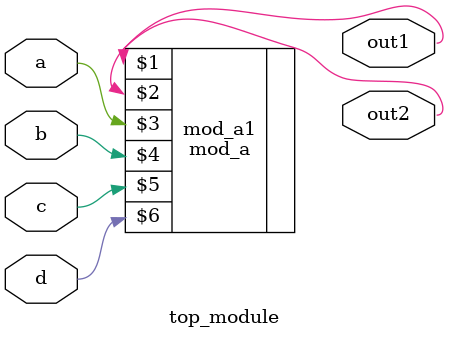
<source format=v>
module top_module ( 
    input a, 
    input b, 
    input c,
    input d,
    output out1,
    output out2
);
    
    mod_a mod_a1( out1, out2, a, b, c, d );

endmodule
</source>
